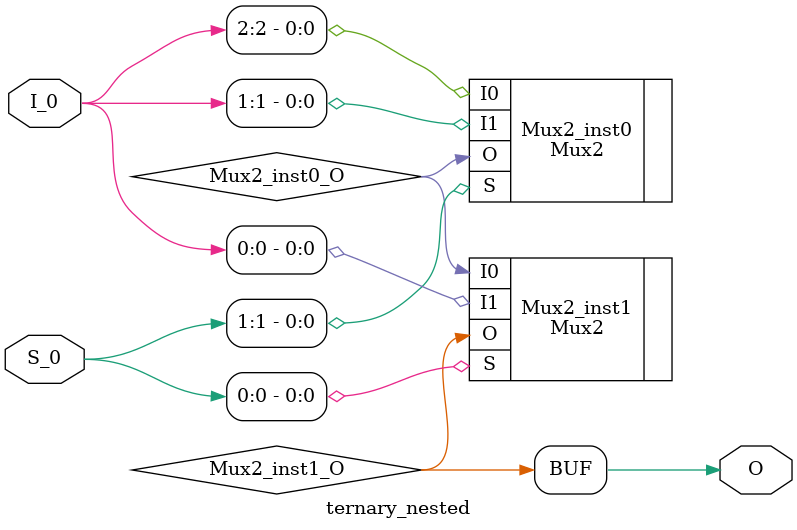
<source format=v>
module ternary_nested (input [3:0] I_0, input [1:0] S_0, output  O);
wire  Mux2_inst0_O;
wire  Mux2_inst1_O;
Mux2 Mux2_inst0 (.I0(I_0[2]), .I1(I_0[1]), .S(S_0[1]), .O(Mux2_inst0_O));
Mux2 Mux2_inst1 (.I0(Mux2_inst0_O), .I1(I_0[0]), .S(S_0[0]), .O(Mux2_inst1_O));
assign O = Mux2_inst1_O;
endmodule


</source>
